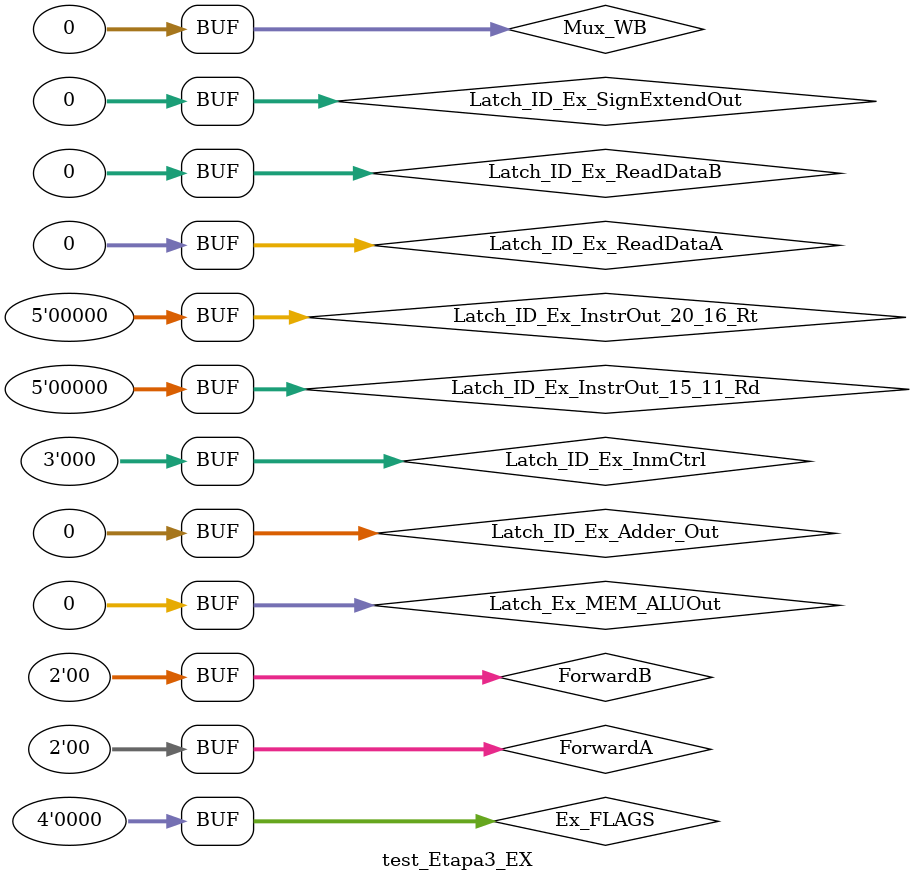
<source format=v>
`timescale 1ns / 1ps


module test_Etapa3_EX;

    // Inputs
    reg [3:0] Ex_FLAGS;
    reg [31:0] Latch_ID_Ex_Adder_Out; 
    reg [31:0] Latch_ID_Ex_ReadDataA;
    reg [31:0] Latch_ID_Ex_ReadDataB;
    reg [31:0] Latch_ID_Ex_SignExtendOut; 
    reg [4:0] Latch_ID_Ex_InstrOut_20_16_Rt; 
    reg [4:0] Latch_ID_Ex_InstrOut_15_11_Rd;
    reg [2:0] Latch_ID_Ex_InmCtrl;
    reg [31:0] Latch_Ex_MEM_ALUOut;    
    reg [31:0] Mux_WB;                   
    reg [1:0] ForwardA;                
    reg [1:0] ForwardB;            
	// Outputs
    wire [31:0] E3_Adder_Out; 
    wire [31:0] E3_ALUOut; 
    wire E3_ALU_Zero;
    wire [4:0] E3_MuxOut;
    wire [31:0] MuxCortoB_to_MuxAULScr_Latch_EX_MEM_DataB;
    
    // Instantiate the Unit Under Test (UUT)
    Etapa3_EX uut (
        .Ex_FLAGS(Ex_FLAGS), 
        .Latch_ID_Ex_Adder_Out(Latch_ID_Ex_Adder_Out), 
        .Latch_ID_Ex_ReadDataA(Latch_ID_Ex_ReadDataA), 
        .Latch_ID_Ex_ReadDataB(Latch_ID_Ex_ReadDataB),
        .Latch_ID_Ex_SignExtendOut(Latch_ID_Ex_SignExtendOut), 
        .Latch_ID_Ex_InstrOut_20_16_Rt(Latch_ID_Ex_InstrOut_20_16_Rt), 
        .Latch_ID_Ex_InstrOut_15_11_Rd(Latch_ID_Ex_InstrOut_15_11_Rd),
        .Latch_ID_Ex_InmCtrl(Latch_ID_Ex_InmCtrl),
        .Latch_Ex_MEM_ALUOut(Latch_Ex_MEM_ALUOut),   
        .Mux_WB(Mux_WB),                    
        .ForwardA(ForwardA),                
        .ForwardB(ForwardB), 
        .E3_Adder_Out(E3_Adder_Out), 
        .E3_ALUOut(E3_ALUOut), 
        .E3_ALU_Zero(E3_ALU_Zero),
        .E3_MuxOut(E3_MuxOut),
        .MuxCortoB_to_MuxAULScr_Latch_EX_MEM_DataB(MuxCortoB_to_MuxAULScr_Latch_EX_MEM_DataB)
    );
    
    initial begin
        // Initialize Inputs 
        Ex_FLAGS=4'b0000;
        Latch_ID_Ex_Adder_Out = 32'h00000000;
        Latch_ID_Ex_ReadDataA= 32'h00000000;
        Latch_ID_Ex_ReadDataB= 32'h00000000;
        Latch_ID_Ex_SignExtendOut= 32'h00000000; 
        Latch_ID_Ex_InstrOut_20_16_Rt= 5'b00000; 
        Latch_ID_Ex_InstrOut_15_11_Rd= 5'b00000;
        Latch_ID_Ex_InmCtrl=3'b000;
        Latch_Ex_MEM_ALUOut = 32'h00000000;    
        Mux_WB = 32'h00000000;                  
        ForwardA=2'b00;               
        ForwardB=2'b00;          
    end
    

endmodule

</source>
